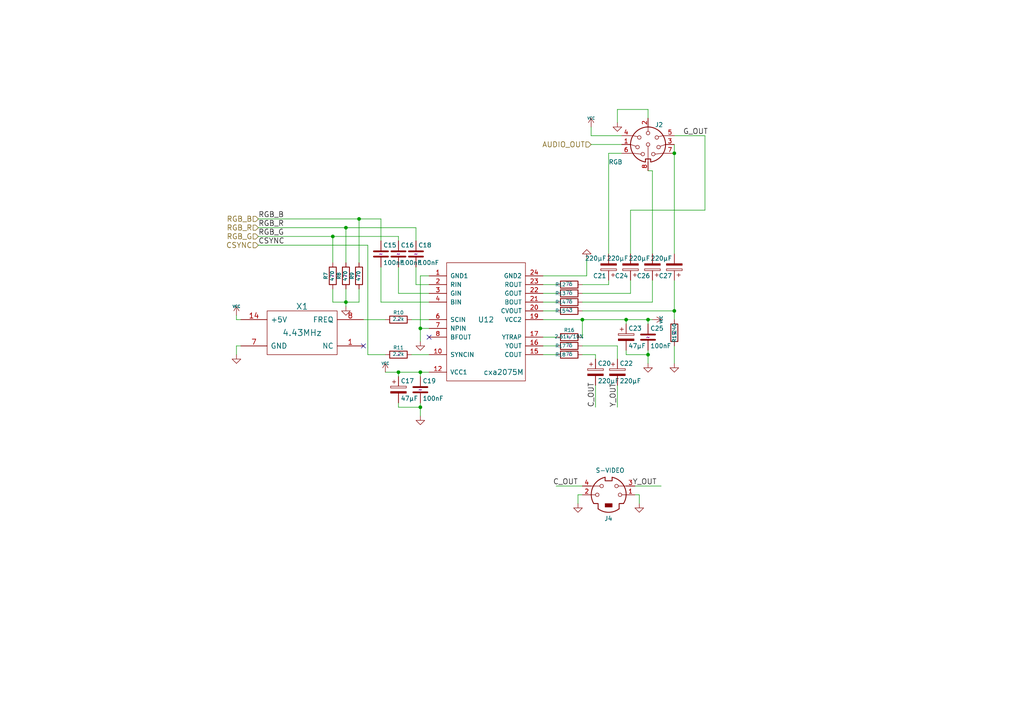
<source format=kicad_sch>
(kicad_sch (version 20230121) (generator eeschema)
  (paper "A4")
  (lib_symbols
    (symbol "power:GND" (power) (pin_names (offset 0))
      (property "Value" "GND" (at 0 -3.81 0))
      (symbol "GND_0_1"
        (polyline (pts (xy 0 0) (xy 0 -1.27) (xy 1.27 -1.27) (xy 0 -2.54) (xy -1.27 -1.27) (xy 0 -1.27)))
      )
      (symbol "GND_1_1"
        (pin power_in line (at 0 0 270) (length 0) hide (name "GND") (number "1"))
      )
    )
    (symbol "power:VCC" (power) (pin_names (offset 0))
      (property "Value" "VCC" (at 0 3.81 0))
      (symbol "VCC_0_1"
        (polyline (pts (xy -0.762 1.27) (xy 0 2.54)))
        (polyline (pts (xy 0 0) (xy 0 2.54)))
        (polyline (pts (xy 0 2.54) (xy 0.762 1.27)))
      )
      (symbol "VCC_1_1"
        (pin power_in line (at 0 0 90) (length 0) hide (name "VCC") (number "1"))
      )
    )
    (symbol "steckschwein:C" (pin_numbers hide) (pin_names (offset 0.254))
      (property "Reference" "C63" (at 0 2.54 0))
      (property "Value" "100n" (at 0.1524 -2.159 0))
      (property "Datasheet" "~" (at 0 0 0))
      (symbol "C_0_1"
        (polyline (pts (xy -2.032 -0.762) (xy 2.032 -0.762)) (stroke (width 0.508)))
        (polyline (pts (xy -2.032 0.762) (xy 2.032 0.762)) (stroke (width 0.508)))
      )
      (symbol "C_1_1"
        (pin passive line (at 0 3.81 270) (length 2.794) (name "~") (number "1"))
        (pin passive line (at 0 -3.81 90) (length 2.794) (name "~") (number "2"))
      )
    )
    (symbol "steckschwein:C_Polarized" (pin_numbers hide) (pin_names (offset 0.254))
      (property "Reference" "C3" (at 0 2.54 0))
      (property "Value" "470µF" (at 0.1524 -2.159 0))
      (symbol "C_Polarized_0_1"
        (rectangle (start -2.286 0.508) (end 2.286 1.016))
        (polyline (pts (xy -1.778 2.286) (xy -0.762 2.286)))
        (polyline (pts (xy -1.27 2.794) (xy -1.27 1.778)))
        (rectangle (start 2.286 -0.508) (end -2.286 -1.016) (fill (type outline)))
      )
      (symbol "C_Polarized_1_1"
        (pin passive line (at 0 3.81 270) (length 2.794) (name "~") (number "1"))
        (pin passive line (at 0 -3.81 90) (length 2.794) (name "~") (number "2"))
      )
    )
    (symbol "steckschwein:DIN-8" (pin_names (offset 1.016))
      (property "Reference" "J5" (at 3.175 5.715 0))
      (property "Value" "RGB" (at -11.43 -5.08 0))
      (symbol "DIN-8_0_1"
        (arc (start -5.08 0) (mid -3.8609 -3.3364) (end -0.762 -5.08) (stroke (width 0.254)))
        (circle (center -3.048 -0.762) (radius 0.508))
        (circle (center -2.54 2.032) (radius 0.508))
        (circle (center -1.524 -2.794) (radius 0.508))
        (polyline (pts (xy -5.08 0) (xy -3.556 -0.508)))
        (polyline (pts (xy 0 -0.508) (xy 0 -5.08)))
        (polyline (pts (xy 0 5.08) (xy 0 3.81)))
        (polyline (pts (xy 5.08 0) (xy 3.556 -0.508)))
        (polyline (pts (xy -5.08 -2.54) (xy -4.318 -2.54) (xy -2.032 -2.794)))
        (polyline (pts (xy -5.08 2.54) (xy -4.318 2.54) (xy -3.048 2.286)))
        (polyline (pts (xy 5.08 -2.54) (xy 4.318 -2.54) (xy 2.032 -2.794)))
        (polyline (pts (xy 5.08 2.54) (xy 4.318 2.54) (xy 3.048 2.286)))
        (polyline (pts (xy -0.762 -4.953) (xy -0.762 -4.191) (xy 0.762 -4.191) (xy 0.762 -4.953)) (stroke (width 0.254)))
        (circle (center 0 0) (radius 0.508))
        (circle (center 0 3.302) (radius 0.508))
        (arc (start 0.762 -5.08) (mid 3.8685 -3.343) (end 5.08 0) (stroke (width 0.254)))
        (circle (center 1.524 -2.794) (radius 0.508))
        (circle (center 2.54 2.032) (radius 0.508))
        (circle (center 3.048 -0.762) (radius 0.508))
        (arc (start 5.08 0) (mid 0 5.0579) (end -5.08 0) (stroke (width 0.254)))
      )
      (symbol "DIN-8_1_1"
        (pin passive line (at -7.62 0 0) (length 2.54) (name "~") (number "1"))
        (pin passive line (at 0 7.62 270) (length 2.54) (name "~") (number "2"))
        (pin passive line (at 7.62 0 180) (length 2.54) (name "~") (number "3"))
        (pin passive line (at -7.62 2.54 0) (length 2.54) (name "~") (number "4"))
        (pin passive line (at 7.62 2.54 180) (length 2.54) (name "~") (number "5"))
        (pin passive line (at -7.62 -2.54 0) (length 2.54) (name "~") (number "6"))
        (pin passive line (at 7.62 -2.54 180) (length 2.54) (name "~") (number "7"))
        (pin passive line (at 0 -7.62 90) (length 2.54) (name "~") (number "8"))
      )
    )
    (symbol "steckschwein:Mini-DIN-4" (pin_names (offset 1.016))
      (property "Reference" "J4" (at -1.27 -7.62 0))
      (property "Value" "S-VIDEO" (at -3.81 6.35 0))
      (symbol "Mini-DIN-4_0_1"
        (circle (center -3.302 0) (radius 0.508))
        (arc (start -3.048 -4.064) (mid 0 -5.08) (end 3.048 -4.064) (stroke (width 0.254)))
        (circle (center -2.032 2.54) (radius 0.508))
        (rectangle (start -1.016 -2.54) (end 1.016 -3.556) (fill (type outline)))
        (arc (start -1.016 5.08) (mid -4.6228 2.1214) (end -4.318 -2.54) (stroke (width 0.254)))
        (polyline (pts (xy -3.81 0) (xy -5.08 0)))
        (polyline (pts (xy -2.54 2.54) (xy -5.08 2.54)))
        (polyline (pts (xy 2.794 2.54) (xy 5.08 2.54)))
        (polyline (pts (xy 5.08 0) (xy 3.81 0)))
        (polyline (pts (xy -4.318 -2.54) (xy -3.048 -2.54) (xy -3.048 -4.064)) (stroke (width 0.254)))
        (polyline (pts (xy 4.318 -2.54) (xy 3.048 -2.54) (xy 3.048 -4.064)) (stroke (width 0.254)))
        (polyline (pts (xy -1.016 5.08) (xy -1.016 4.064) (xy 1.016 4.064) (xy 1.016 5.08)) (stroke (width 0.254)))
        (circle (center 2.286 2.54) (radius 0.508))
        (circle (center 3.302 0) (radius 0.508))
        (arc (start 4.318 -2.54) (mid 4.6661 2.1322) (end 1.016 5.08) (stroke (width 0.254)))
      )
      (symbol "Mini-DIN-4_1_1"
        (pin passive line (at 7.62 0 180) (length 2.54) (name "~") (number "1"))
        (pin passive line (at -7.62 0 0) (length 2.54) (name "~") (number "2"))
        (pin passive line (at 7.62 2.54 180) (length 2.54) (name "~") (number "3"))
        (pin passive line (at -7.62 2.54 0) (length 2.54) (name "~") (number "4"))
      )
    )
    (symbol "steckschwein:OSC" (pin_names (offset 1.016))
      (property "Reference" "X1" (at 0 7.62 0))
      (property "Value" "OSC" (at 0 0 0))
      (symbol "OSC_0_1"
        (rectangle (start -10.16 -6.35) (end 10.16 6.35))
      )
      (symbol "OSC_1_1"
        (pin passive line (at 17.78 -3.81 180) (length 7.62) (name "NC") (number "1"))
        (pin passive line (at -17.78 3.81 0) (length 7.62) (name "+5V") (number "14"))
        (pin passive line (at -17.78 -3.81 0) (length 7.62) (name "GND") (number "7"))
        (pin output line (at 17.78 3.81 180) (length 7.62) (name "FREQ") (number "8"))
      )
    )
    (symbol "steckschwein:R" (pin_numbers hide) (pin_names (offset 0))
      (property "Reference" "R1" (at 2.032 0 90))
      (property "Value" "1M" (at 0.1778 0.0254 90))
      (property "Datasheet" "~" (at 0 0 0))
      (symbol "R_0_1"
        (rectangle (start -1.016 -2.54) (end 1.016 2.54) (stroke (width 0.254)))
      )
      (symbol "R_1_1"
        (pin passive line (at 0 3.81 270) (length 1.27) (name "~") (number "1"))
        (pin passive line (at 0 -3.81 90) (length 1.27) (name "~") (number "2"))
      )
    )
    (symbol "steckschwein:cxa2075M" (pin_names (offset 1.016))
      (property "Reference" "U27" (at 0 0 0))
      (property "Value" "cxa2075M" (at 5.08 -15.24 0))
      (symbol "cxa2075M_0_1"
        (rectangle (start -11.43 16.51) (end 11.43 -17.78))
      )
      (symbol "cxa2075M_1_1"
        (pin power_in line (at -16.51 12.7 0) (length 5.08) (name "GND1") (number "1"))
        (pin input line (at -16.51 -10.16 0) (length 5.08) (name "SYNCIN") (number "10"))
        (pin power_in line (at -16.51 -15.24 0) (length 5.08) (name "VCC1") (number "12"))
        (pin output line (at 16.51 -10.16 180) (length 5.08) (name "COUT") (number "15"))
        (pin output line (at 16.51 -7.62 180) (length 5.08) (name "YOUT") (number "16"))
        (pin input line (at 16.51 -5.08 180) (length 5.08) (name "YTRAP") (number "17"))
        (pin power_in line (at 16.51 0 180) (length 5.08) (name "VCC2") (number "19"))
        (pin input line (at -16.51 10.16 0) (length 5.08) (name "RIN") (number "2"))
        (pin output line (at 16.51 2.54 180) (length 5.08) (name "CVOUT") (number "20"))
        (pin output line (at 16.51 5.08 180) (length 5.08) (name "BOUT") (number "21"))
        (pin output line (at 16.51 7.62 180) (length 5.08) (name "GOUT") (number "22"))
        (pin output line (at 16.51 10.16 180) (length 5.08) (name "ROUT") (number "23"))
        (pin power_in line (at 16.51 12.7 180) (length 5.08) (name "GND2") (number "24"))
        (pin input line (at -16.51 7.62 0) (length 5.08) (name "GIN") (number "3"))
        (pin input line (at -16.51 5.08 0) (length 5.08) (name "BIN") (number "4"))
        (pin input line (at -16.51 0 0) (length 5.08) (name "SCIN") (number "6"))
        (pin input line (at -16.51 -2.54 0) (length 5.08) (name "NPIN") (number "7"))
        (pin output line (at -16.51 -5.08 0) (length 5.08) (name "BFOUT") (number "8"))
      )
    )
  )
  (junction (at 181.61 92.71))
  (junction (at 104.14 63.5))
  (junction (at 96.52 68.58))
  (junction (at 187.96 102.87))
  (junction (at 115.57 107.95))
  (junction (at 121.92 107.95))
  (junction (at 100.33 66.04))
  (junction (at 195.58 44.45))
  (junction (at 121.92 95.25))
  (junction (at 195.58 90.17))
  (junction (at 187.96 92.71))
  (junction (at 100.33 87.63))
  (junction (at 168.91 92.71))
  (junction (at 121.92 118.11))
  (no_connect (at 124.46 97.79))
  (no_connect (at 105.41 100.33))
  (wire (pts (xy 181.61 101.6) (xy 181.61 102.87)))
  (wire (pts (xy 167.64 143.51) (xy 168.91 143.51)))
  (wire (pts (xy 106.68 71.12) (xy 106.68 102.87)))
  (wire (pts (xy 185.42 143.51) (xy 185.42 146.05)))
  (wire (pts (xy 195.58 44.45) (xy 195.58 73.66)))
  (wire (pts (xy 100.33 66.04) (xy 120.65 66.04)))
  (wire (pts (xy 100.33 66.04) (xy 100.33 76.2)))
  (wire (pts (xy 187.96 34.29) (xy 187.96 31.75)))
  (wire (pts (xy 106.68 102.87) (xy 111.76 102.87)))
  (wire (pts (xy 182.88 60.96) (xy 182.88 73.66)))
  (wire (pts (xy 100.33 87.63) (xy 100.33 88.9)))
  (wire (pts (xy 115.57 107.95) (xy 121.92 107.95)))
  (wire (pts (xy 69.85 100.33) (xy 68.58 100.33)))
  (wire (pts (xy 96.52 68.58) (xy 96.52 76.2)))
  (wire (pts (xy 121.92 80.01) (xy 124.46 80.01)))
  (wire (pts (xy 187.96 31.75) (xy 179.07 31.75)))
  (wire (pts (xy 74.93 71.12) (xy 106.68 71.12)))
  (wire (pts (xy 187.96 92.71) (xy 187.96 93.98)))
  (wire (pts (xy 168.91 90.17) (xy 195.58 90.17)))
  (wire (pts (xy 168.91 100.33) (xy 179.07 100.33)))
  (wire (pts (xy 170.18 80.01) (xy 170.18 74.93)))
  (wire (pts (xy 119.38 92.71) (xy 124.46 92.71)))
  (wire (pts (xy 115.57 118.11) (xy 121.92 118.11)))
  (wire (pts (xy 110.49 63.5) (xy 110.49 69.85)))
  (wire (pts (xy 187.96 92.71) (xy 189.23 92.71)))
  (wire (pts (xy 189.23 87.63) (xy 189.23 81.28)))
  (wire (pts (xy 96.52 87.63) (xy 100.33 87.63)))
  (wire (pts (xy 121.92 80.01) (xy 121.92 95.25)))
  (wire (pts (xy 179.07 111.76) (xy 179.07 118.11)))
  (wire (pts (xy 168.91 85.09) (xy 182.88 85.09)))
  (wire (pts (xy 115.57 109.22) (xy 115.57 107.95)))
  (wire (pts (xy 180.34 39.37) (xy 171.45 39.37)))
  (wire (pts (xy 119.38 102.87) (xy 124.46 102.87)))
  (wire (pts (xy 157.48 87.63) (xy 161.29 87.63)))
  (wire (pts (xy 74.93 63.5) (xy 104.14 63.5)))
  (wire (pts (xy 195.58 90.17) (xy 195.58 92.71)))
  (wire (pts (xy 168.91 97.79) (xy 168.91 92.71)))
  (wire (pts (xy 121.92 118.11) (xy 121.92 120.65)))
  (wire (pts (xy 187.96 101.6) (xy 187.96 102.87)))
  (wire (pts (xy 157.48 85.09) (xy 161.29 85.09)))
  (wire (pts (xy 195.58 44.45) (xy 195.58 41.91)))
  (wire (pts (xy 181.61 92.71) (xy 181.61 93.98)))
  (wire (pts (xy 121.92 107.95) (xy 124.46 107.95)))
  (wire (pts (xy 181.61 92.71) (xy 187.96 92.71)))
  (wire (pts (xy 176.53 44.45) (xy 176.53 73.66)))
  (wire (pts (xy 111.76 107.95) (xy 115.57 107.95)))
  (wire (pts (xy 124.46 82.55) (xy 120.65 82.55)))
  (wire (pts (xy 168.91 87.63) (xy 189.23 87.63)))
  (wire (pts (xy 121.92 109.22) (xy 121.92 107.95)))
  (wire (pts (xy 157.48 102.87) (xy 161.29 102.87)))
  (wire (pts (xy 157.48 90.17) (xy 161.29 90.17)))
  (wire (pts (xy 172.72 102.87) (xy 172.72 104.14)))
  (wire (pts (xy 180.34 41.91) (xy 171.45 41.91)))
  (wire (pts (xy 115.57 68.58) (xy 115.57 69.85)))
  (wire (pts (xy 184.15 140.97) (xy 191.77 140.97)))
  (wire (pts (xy 176.53 44.45) (xy 180.34 44.45)))
  (wire (pts (xy 74.93 68.58) (xy 96.52 68.58)))
  (wire (pts (xy 176.53 82.55) (xy 176.53 81.28)))
  (wire (pts (xy 181.61 102.87) (xy 187.96 102.87)))
  (wire (pts (xy 195.58 39.37) (xy 204.47 39.37)))
  (wire (pts (xy 204.47 60.96) (xy 204.47 39.37)))
  (wire (pts (xy 187.96 102.87) (xy 187.96 105.41)))
  (wire (pts (xy 96.52 83.82) (xy 96.52 87.63)))
  (wire (pts (xy 104.14 63.5) (xy 104.14 76.2)))
  (wire (pts (xy 182.88 60.96) (xy 204.47 60.96)))
  (wire (pts (xy 171.45 39.37) (xy 171.45 36.83)))
  (wire (pts (xy 157.48 92.71) (xy 168.91 92.71)))
  (wire (pts (xy 157.48 80.01) (xy 170.18 80.01)))
  (wire (pts (xy 96.52 68.58) (xy 115.57 68.58)))
  (wire (pts (xy 100.33 83.82) (xy 100.33 87.63)))
  (wire (pts (xy 68.58 92.71) (xy 69.85 92.71)))
  (wire (pts (xy 124.46 95.25) (xy 121.92 95.25)))
  (wire (pts (xy 124.46 85.09) (xy 115.57 85.09)))
  (wire (pts (xy 179.07 100.33) (xy 179.07 104.14)))
  (wire (pts (xy 121.92 116.84) (xy 121.92 118.11)))
  (wire (pts (xy 168.91 140.97) (xy 161.29 140.97)))
  (wire (pts (xy 189.23 49.53) (xy 189.23 73.66)))
  (wire (pts (xy 157.48 97.79) (xy 161.29 97.79)))
  (wire (pts (xy 168.91 92.71) (xy 181.61 92.71)))
  (wire (pts (xy 104.14 87.63) (xy 104.14 83.82)))
  (wire (pts (xy 68.58 100.33) (xy 68.58 102.87)))
  (wire (pts (xy 124.46 87.63) (xy 110.49 87.63)))
  (wire (pts (xy 105.41 92.71) (xy 111.76 92.71)))
  (wire (pts (xy 195.58 90.17) (xy 195.58 81.28)))
  (wire (pts (xy 68.58 91.44) (xy 68.58 92.71)))
  (wire (pts (xy 168.91 102.87) (xy 172.72 102.87)))
  (wire (pts (xy 167.64 146.05) (xy 167.64 143.51)))
  (wire (pts (xy 110.49 87.63) (xy 110.49 77.47)))
  (wire (pts (xy 184.15 143.51) (xy 185.42 143.51)))
  (wire (pts (xy 157.48 100.33) (xy 161.29 100.33)))
  (wire (pts (xy 182.88 85.09) (xy 182.88 81.28)))
  (wire (pts (xy 172.72 111.76) (xy 172.72 118.11)))
  (wire (pts (xy 195.58 100.33) (xy 195.58 105.41)))
  (wire (pts (xy 120.65 66.04) (xy 120.65 69.85)))
  (wire (pts (xy 115.57 116.84) (xy 115.57 118.11)))
  (wire (pts (xy 121.92 95.25) (xy 121.92 99.06)))
  (wire (pts (xy 157.48 82.55) (xy 161.29 82.55)))
  (wire (pts (xy 104.14 63.5) (xy 110.49 63.5)))
  (wire (pts (xy 120.65 82.55) (xy 120.65 77.47)))
  (wire (pts (xy 100.33 87.63) (xy 104.14 87.63)))
  (wire (pts (xy 168.91 82.55) (xy 176.53 82.55)))
  (wire (pts (xy 115.57 85.09) (xy 115.57 77.47)))
  (wire (pts (xy 187.96 49.53) (xy 189.23 49.53)))
  (wire (pts (xy 179.07 31.75) (xy 179.07 35.56)))
  (wire (pts (xy 74.93 66.04) (xy 100.33 66.04)))
  (label "RGB_G" (at 74.93 68.58 0) (effects (font (size 1.524 1.524))))
  (label "CSYNC" (at 74.93 71.12 0) (effects (font (size 1.524 1.524))))
  (label "C_OUT" (at 167.64 140.97 180) (effects (font (size 1.524 1.524))))
  (label "C_OUT" (at 172.72 118.11 90) (effects (font (size 1.524 1.524))))
  (label "RGB_R" (at 74.93 66.04 0) (effects (font (size 1.524 1.524))))
  (label "RGB_B" (at 74.93 63.5 0) (effects (font (size 1.524 1.524))))
  (label "Y_OUT" (at 190.5 140.97 180) (effects (font (size 1.524 1.524))))
  (label "G_OUT" (at 198.12 39.37 0) (effects (font (size 1.524 1.524))))
  (label "Y_OUT" (at 179.07 118.11 90) (effects (font (size 1.524 1.524))))
  (hierarchical_label "AUDIO_OUT" (shape input) (at 171.45 41.91 180) (effects (font (size 1.524 1.524))))
  (hierarchical_label "RGB_B" (shape input) (at 74.93 63.5 180) (effects (font (size 1.524 1.524))))
  (hierarchical_label "RGB_G" (shape input) (at 74.93 68.58 180) (effects (font (size 1.524 1.524))))
  (hierarchical_label "CSYNC" (shape input) (at 74.93 71.12 180) (effects (font (size 1.524 1.524))))
  (hierarchical_label "RGB_R" (shape input) (at 74.93 66.04 180) (effects (font (size 1.524 1.524))))
  (symbol (lib_id "steckschwein:OSC") (at 87.63 96.52 0) (unit 1)
    (property "Reference" "X1" (at 87.63 88.9 0) (effects (font (size 1.778 1.778))))
    (property "Value" "4.43MHz" (at 87.63 96.52 0) (effects (font (size 1.778 1.778))))
    (property "Footprint" "steckschwein:Oscillator_DIP-14_LargePads" (effects hide))
    (instances (project "v9958" (path "" (reference "X1") (unit 1))) (project "sbc" (path "" (reference "X3") (unit 1))))
  )
  (symbol (lib_id "power:GND") (at 185.42 146.05 0) (unit 1)
    (property "Reference" "#PWR052" (effects hide))
    (property "Value" "GND" (effects hide))
    (instances (project "v9958" (path "" (reference "#PWR052") (unit 1))) (project "sbc" (path "" (reference "#PWR061") (unit 1))))
  )
  (symbol (lib_id "steckschwein:R") (at 165.1 82.55 90) (unit 1)
    (property "Reference" "R12" (at 162.56 82.55 90) (effects (font (size 1.016 1.016))))
    (property "Value" "75" (at 165.0746 82.3722 90) (effects (font (size 1.016 1.016))))
    (property "Footprint" "steckschwein:R_Axial_DIN0204_L3.6mm_D1.6mm_P7.62mm_Horizontal" (effects hide))
    (property "Datasheet" "~" (at 165.1 82.55 0) (effects (font (size 0.762 0.762))))
    (instances (project "v9958" (path "" (reference "R12") (unit 1))) (project "sbc" (path "" (reference "R33") (unit 1))))
  )
  (symbol (lib_id "steckschwein:R") (at 165.1 90.17 90) (unit 1)
    (property "Reference" "R15" (at 162.56 90.17 90) (effects (font (size 1.016 1.016))))
    (property "Value" "43" (at 165.0746 89.9922 90) (effects (font (size 1.016 1.016))))
    (property "Footprint" "steckschwein:R_Axial_DIN0204_L3.6mm_D1.6mm_P7.62mm_Horizontal" (effects hide))
    (property "Datasheet" "~" (at 165.1 90.17 0) (effects (font (size 0.762 0.762))))
    (instances (project "v9958" (path "" (reference "R15") (unit 1))) (project "sbc" (path "" (reference "R36") (unit 1))))
  )
  (symbol (lib_id "power:GND") (at 195.58 105.41 0) (unit 1)
    (property "Reference" "#PWR045" (effects hide))
    (property "Value" "GND" (effects hide))
    (instances (project "v9958" (path "" (reference "#PWR045") (unit 1))) (project "sbc" (path "" (reference "#PWR062") (unit 1))))
  )
  (symbol (lib_id "steckschwein:R") (at 115.57 92.71 90) (unit 1)
    (property "Reference" "R10" (at 115.57 90.678 90) (effects (font (size 1.016 1.016))))
    (property "Value" "2.2k" (at 115.5446 92.5322 90) (effects (font (size 1.016 1.016))))
    (property "Footprint" "steckschwein:R_Axial_DIN0204_L3.6mm_D1.6mm_P7.62mm_Horizontal" (effects hide))
    (property "Datasheet" "~" (at 115.57 92.71 0) (effects (font (size 0.762 0.762))))
    (instances (project "v9958" (path "" (reference "R10") (unit 1))) (project "sbc" (path "" (reference "R31") (unit 1))))
  )
  (symbol (lib_id "steckschwein:C") (at 115.57 73.66 0) (unit 1)
    (property "Reference" "C16" (at 116.205 71.12 0) (effects (justify left)))
    (property "Value" "100nF" (at 116.205 76.2 0) (effects (justify left)))
    (property "Footprint" "steckschwein:C_1206_3216Metric_Pad1.33x1.80mm_HandSolder" (effects hide))
    (property "Datasheet" "~" (at 115.57 73.66 0) (effects (font (size 1.524 1.524))))
    (instances (project "v9958" (path "" (reference "C16") (unit 1))) (project "sbc" (path "" (reference "C45") (unit 1))))
  )
  (symbol (lib_id "steckschwein:R") (at 165.1 87.63 90) (unit 1)
    (property "Reference" "R14" (at 162.56 87.63 90) (effects (font (size 1.016 1.016))))
    (property "Value" "75" (at 165.0746 87.4522 90) (effects (font (size 1.016 1.016))))
    (property "Footprint" "steckschwein:R_Axial_DIN0204_L3.6mm_D1.6mm_P7.62mm_Horizontal" (effects hide))
    (property "Datasheet" "~" (at 165.1 87.63 0) (effects (font (size 0.762 0.762))))
    (instances (project "v9958" (path "" (reference "R14") (unit 1))) (project "sbc" (path "" (reference "R35") (unit 1))))
  )
  (symbol (lib_id "power:GND") (at 167.64 146.05 0) (unit 1)
    (property "Reference" "#PWR051" (effects hide))
    (property "Value" "GND" (effects hide))
    (instances (project "v9958" (path "" (reference "#PWR051") (unit 1))) (project "sbc" (path "" (reference "#PWR054") (unit 1))))
  )
  (symbol (lib_id "power:VCC") (at 171.45 36.83 0) (unit 1)
    (property "Reference" "#PWR054" (effects hide))
    (property "Value" "VCC" (at 171.45 34.29 0) (effects (font (size 0.762 0.762))))
    (instances (project "v9958" (path "" (reference "#PWR054") (unit 1))) (project "sbc" (path "" (reference "#PWR056") (unit 1))))
  )
  (symbol (lib_id "steckschwein:C_Polarized") (at 179.07 107.95 0) (unit 1)
    (property "Reference" "C22" (at 179.705 105.41 0) (effects (justify left)))
    (property "Value" "220µF" (at 179.705 110.49 0) (effects (justify left)))
    (property "Footprint" "steckschwein:CP_Radial_D6.3mm_P2.50mm" (effects hide))
    (instances (project "v9958" (path "" (reference "C22") (unit 1))) (project "sbc" (path "" (reference "C51") (unit 1))))
  )
  (symbol (lib_id "steckschwein:cxa2075M") (at 140.97 92.71 0) (unit 1)
    (property "Reference" "U12" (at 140.97 92.71 0) (effects (font (size 1.524 1.524))))
    (property "Value" "cxa2075M" (at 146.05 107.95 0) (effects (font (size 1.524 1.524))))
    (property "Footprint" "steckschwein:SOIC-24W_7.5x15.4mm_P1.27mm" (effects hide))
    (instances (project "v9958" (path "" (reference "U12") (unit 1))) (project "sbc" (path "" (reference "U27") (unit 1))))
  )
  (symbol (lib_id "power:GND") (at 187.96 105.41 0) (unit 1)
    (property "Reference" "#PWR047" (effects hide))
    (property "Value" "GND" (effects hide))
    (instances (project "v9958" (path "" (reference "#PWR047") (unit 1))) (project "sbc" (path "" (reference "#PWR059") (unit 1))))
  )
  (symbol (lib_id "steckschwein:R") (at 104.14 80.01 180) (unit 1)
    (property "Reference" "R9" (at 102.108 80.01 90) (effects (font (size 1.016 1.016))))
    (property "Value" "470" (at 103.9622 80.0354 90) (effects (font (size 1.016 1.016))))
    (property "Footprint" "steckschwein:R_Axial_DIN0204_L3.6mm_D1.6mm_P7.62mm_Horizontal" (effects hide))
    (property "Datasheet" "~" (at 104.14 80.01 0) (effects (font (size 0.762 0.762))))
    (instances (project "v9958" (path "" (reference "R9") (unit 1))) (project "sbc" (path "" (reference "R30") (unit 1))))
  )
  (symbol (lib_id "steckschwein:R") (at 195.58 96.52 0) (unit 1)
    (property "Reference" "R19" (at 195.58 97.79 90) (effects (font (size 1.016 1.016))))
    (property "Value" "240" (at 195.58 95.25 90) (effects (font (size 1.016 1.016))))
    (property "Footprint" "steckschwein:R_Axial_DIN0204_L3.6mm_D1.6mm_P7.62mm_Horizontal" (effects hide))
    (property "Datasheet" "~" (at 195.58 96.52 0) (effects (font (size 0.762 0.762))))
    (instances (project "v9958" (path "" (reference "R19") (unit 1))) (project "sbc" (path "" (reference "R40") (unit 1))))
  )
  (symbol (lib_id "steckschwein:R") (at 165.1 85.09 90) (unit 1)
    (property "Reference" "R13" (at 162.56 85.09 90) (effects (font (size 1.016 1.016))))
    (property "Value" "75" (at 165.0746 84.9122 90) (effects (font (size 1.016 1.016))))
    (property "Footprint" "steckschwein:R_Axial_DIN0204_L3.6mm_D1.6mm_P7.62mm_Horizontal" (effects hide))
    (property "Datasheet" "~" (at 165.1 85.09 0) (effects (font (size 0.762 0.762))))
    (instances (project "v9958" (path "" (reference "R13") (unit 1))) (project "sbc" (path "" (reference "R34") (unit 1))))
  )
  (symbol (lib_id "power:GND") (at 179.07 35.56 0) (unit 1)
    (property "Reference" "#PWR050" (effects hide))
    (property "Value" "GND" (effects hide))
    (instances (project "v9958" (path "" (reference "#PWR050") (unit 1))) (project "sbc" (path "" (reference "#PWR058") (unit 1))))
  )
  (symbol (lib_id "steckschwein:C_Polarized") (at 172.72 107.95 0) (unit 1)
    (property "Reference" "C20" (at 173.355 105.41 0) (effects (justify left)))
    (property "Value" "220µF" (at 173.355 110.49 0) (effects (justify left)))
    (property "Footprint" "steckschwein:CP_Radial_D6.3mm_P2.50mm" (effects hide))
    (instances (project "v9958" (path "" (reference "C20") (unit 1))) (project "sbc" (path "" (reference "C49") (unit 1))))
  )
  (symbol (lib_id "power:GND") (at 68.58 102.87 0) (unit 1)
    (property "Reference" "#PWR049" (effects hide))
    (property "Value" "GND" (effects hide))
  )
  (symbol (lib_id "steckschwein:C_Polarized") (at 176.53 77.47 180) (unit 1)
    (property "Reference" "C21" (at 175.895 80.01 0) (effects (justify left)))
    (property "Value" "220µF" (at 175.895 74.93 0) (effects (justify left)))
    (property "Footprint" "steckschwein:CP_Radial_D6.3mm_P2.50mm" (effects hide))
    (instances (project "v9958" (path "" (reference "C21") (unit 1))) (project "sbc" (path "" (reference "C50") (unit 1))))
  )
  (symbol (lib_id "steckschwein:R") (at 115.57 102.87 90) (unit 1)
    (property "Reference" "R11" (at 115.57 100.838 90) (effects (font (size 1.016 1.016))))
    (property "Value" "2.2k" (at 115.5446 102.6922 90) (effects (font (size 1.016 1.016))))
    (property "Footprint" "steckschwein:R_Axial_DIN0204_L3.6mm_D1.6mm_P7.62mm_Horizontal" (effects hide))
    (property "Datasheet" "~" (at 115.57 102.87 0) (effects (font (size 0.762 0.762))))
    (instances (project "v9958" (path "" (reference "R11") (unit 1))) (project "sbc" (path "" (reference "R32") (unit 1))))
  )
  (symbol (lib_id "steckschwein:R") (at 96.52 80.01 180) (unit 1)
    (property "Reference" "R7" (at 94.488 80.01 90) (effects (font (size 1.016 1.016))))
    (property "Value" "470" (at 96.3422 80.0354 90) (effects (font (size 1.016 1.016))))
    (property "Footprint" "steckschwein:R_Axial_DIN0204_L3.6mm_D1.6mm_P7.62mm_Horizontal" (effects hide))
    (property "Datasheet" "~" (at 96.52 80.01 0) (effects (font (size 0.762 0.762))))
    (instances (project "v9958" (path "" (reference "R7") (unit 1))) (project "sbc" (path "" (reference "R28") (unit 1))))
  )
  (symbol (lib_id "steckschwein:C") (at 121.92 113.03 0) (unit 1)
    (property "Reference" "C19" (at 122.555 110.49 0) (effects (justify left)))
    (property "Value" "100nF" (at 122.555 115.57 0) (effects (justify left)))
    (property "Footprint" "steckschwein:C_1206_3216Metric_Pad1.33x1.80mm_HandSolder" (effects hide))
    (property "Datasheet" "~" (at 121.92 113.03 0) (effects (font (size 1.524 1.524))))
    (instances (project "v9958" (path "" (reference "C19") (unit 1))) (project "sbc" (path "" (reference "C48") (unit 1))))
  )
  (symbol (lib_id "steckschwein:C_Polarized") (at 195.58 77.47 180) (unit 1)
    (property "Reference" "C27" (at 194.945 80.01 0) (effects (justify left)))
    (property "Value" "220µF" (at 194.945 74.93 0) (effects (justify left)))
    (property "Footprint" "steckschwein:CP_Radial_D6.3mm_P2.50mm" (effects hide))
    (instances (project "v9958" (path "" (reference "C27") (unit 1))) (project "sbc" (path "" (reference "C56") (unit 1))))
  )
  (symbol (lib_id "steckschwein:R") (at 165.1 97.79 90) (unit 1)
    (property "Reference" "R16" (at 165.1 95.758 90) (effects (font (size 1.016 1.016))))
    (property "Value" "2.61k/10%" (at 165.0746 97.6122 90) (effects (font (size 1.016 1.016))))
    (property "Footprint" "steckschwein:R_Axial_DIN0204_L3.6mm_D1.6mm_P7.62mm_Horizontal" (effects hide))
    (property "Datasheet" "~" (at 165.1 97.79 0) (effects (font (size 0.762 0.762))))
    (instances (project "v9958" (path "" (reference "R16") (unit 1))) (project "sbc" (path "" (reference "R37") (unit 1))))
  )
  (symbol (lib_id "steckschwein:C_Polarized") (at 115.57 113.03 0) (unit 1)
    (property "Reference" "C17" (at 116.205 110.49 0) (effects (justify left)))
    (property "Value" "47µF" (at 116.205 115.57 0) (effects (justify left)))
    (property "Footprint" "steckschwein:CP_Radial_D5.0mm_P2.50mm" (effects hide))
    (instances (project "v9958" (path "" (reference "C17") (unit 1))) (project "sbc" (path "" (reference "C46") (unit 1))))
  )
  (symbol (lib_id "steckschwein:C_Polarized") (at 181.61 97.79 0) (unit 1)
    (property "Reference" "C23" (at 182.245 95.25 0) (effects (justify left)))
    (property "Value" "47µF" (at 182.245 100.33 0) (effects (justify left)))
    (property "Footprint" "steckschwein:CP_Radial_D5.0mm_P2.50mm" (effects hide))
    (instances (project "v9958" (path "" (reference "C23") (unit 1))) (project "sbc" (path "" (reference "C52") (unit 1))))
  )
  (symbol (lib_id "power:GND") (at 121.92 120.65 0) (unit 1)
    (property "Reference" "#PWR046" (effects hide))
    (property "Value" "GND" (effects hide))
    (instances (project "v9958" (path "" (reference "#PWR046") (unit 1))) (project "sbc" (path "" (reference "#PWR053") (unit 1))))
  )
  (symbol (lib_id "steckschwein:R") (at 165.1 100.33 90) (unit 1)
    (property "Reference" "R17" (at 162.56 100.33 90) (effects (font (size 1.016 1.016))))
    (property "Value" "75" (at 165.0746 100.1522 90) (effects (font (size 1.016 1.016))))
    (property "Footprint" "steckschwein:R_Axial_DIN0204_L3.6mm_D1.6mm_P7.62mm_Horizontal" (effects hide))
    (property "Datasheet" "~" (at 165.1 100.33 0) (effects (font (size 0.762 0.762))))
    (instances (project "v9958" (path "" (reference "R17") (unit 1))) (project "sbc" (path "" (reference "R38") (unit 1))))
  )
  (symbol (lib_id "power:VCC") (at 189.23 92.71 270) (unit 1)
    (property "Reference" "#PWR044" (effects hide))
    (property "Value" "VCC" (at 191.77 92.71 0) (effects (font (size 0.762 0.762))))
    (instances (project "v9958" (path "" (reference "#PWR044") (unit 1))) (project "sbc" (path "" (reference "#PWR060") (unit 1))))
  )
  (symbol (lib_id "power:GND") (at 121.92 99.06 0) (unit 1)
    (property "Reference" "#PWR041" (effects hide))
    (property "Value" "GND" (effects hide))
    (instances (project "v9958" (path "" (reference "#PWR041") (unit 1))) (project "sbc" (path "" (reference "#PWR052") (unit 1))))
  )
  (symbol (lib_id "steckschwein:C_Polarized") (at 182.88 77.47 180) (unit 1)
    (property "Reference" "C24" (at 182.245 80.01 0) (effects (justify left)))
    (property "Value" "220µF" (at 182.245 74.93 0) (effects (justify left)))
    (property "Footprint" "steckschwein:CP_Radial_D6.3mm_P2.50mm" (effects hide))
    (instances (project "v9958" (path "" (reference "C24") (unit 1))) (project "sbc" (path "" (reference "C53") (unit 1))))
  )
  (symbol (lib_id "steckschwein:R") (at 165.1 102.87 90) (unit 1)
    (property "Reference" "R18" (at 162.56 102.87 90) (effects (font (size 1.016 1.016))))
    (property "Value" "75" (at 165.0746 102.6922 90) (effects (font (size 1.016 1.016))))
    (property "Footprint" "steckschwein:R_Axial_DIN0204_L3.6mm_D1.6mm_P7.62mm_Horizontal" (effects hide))
    (property "Datasheet" "~" (at 165.1 102.87 0) (effects (font (size 0.762 0.762))))
    (instances (project "v9958" (path "" (reference "R18") (unit 1))) (project "sbc" (path "" (reference "R39") (unit 1))))
  )
  (symbol (lib_id "steckschwein:C") (at 120.65 73.66 0) (unit 1)
    (property "Reference" "C18" (at 121.285 71.12 0) (effects (justify left)))
    (property "Value" "100nF" (at 121.285 76.2 0) (effects (justify left)))
    (property "Footprint" "steckschwein:C_1206_3216Metric_Pad1.33x1.80mm_HandSolder" (effects hide))
    (property "Datasheet" "~" (at 120.65 73.66 0) (effects (font (size 1.524 1.524))))
    (instances (project "v9958" (path "" (reference "C18") (unit 1))) (project "sbc" (path "" (reference "C47") (unit 1))))
  )
  (symbol (lib_id "steckschwein:Mini-DIN-4") (at 176.53 143.51 0) (unit 1)
    (property "Reference" "J4" (at 175.26 151.13 0) (effects (justify left bottom)))
    (property "Value" "S-VIDEO" (at 172.72 137.16 0) (effects (justify left bottom)))
    (property "Footprint" "steckschwein:Mini_DIN_4_TE_Connectivity" (effects hide))
    (property "Datasheet" "http://service.powerdynamics.com/ec/Catalog17/Section%2011.pdf" (effects hide))
    (instances (project "v9958" (path "" (reference "J4") (unit 1)) (path "" (reference "X?") (unit 1))) (project "sbc" (path "" (reference "J4") (unit 1))))
  )
  (symbol (lib_id "steckschwein:DIN-8") (at 187.96 41.91 0) (unit 1)
    (property "Reference" "J2" (at 191.135 36.195 0))
    (property "Value" "RGB" (at 176.53 46.99 0) (effects (justify left)))
    (property "Footprint" "steckschwein:DIN-8" (effects hide))
    (property "Datasheet" "http://www.mouser.com/ds/2/18/40_c091_abd_e-75918.pdf" (effects hide))
    (instances (project "v9958" (path "" (reference "J2") (unit 1))) (project "sbc" (path "" (reference "J5") (unit 1))))
  )
  (symbol (lib_id "steckschwein:R") (at 100.33 80.01 180) (unit 1)
    (property "Reference" "R8" (at 98.298 80.01 90) (effects (font (size 1.016 1.016))))
    (property "Value" "470" (at 100.1522 80.0354 90) (effects (font (size 1.016 1.016))))
    (property "Footprint" "steckschwein:R_Axial_DIN0204_L3.6mm_D1.6mm_P7.62mm_Horizontal" (effects hide))
    (property "Datasheet" "~" (at 100.33 80.01 0) (effects (font (size 0.762 0.762))))
    (instances (project "v9958" (path "" (reference "R8") (unit 1))) (project "sbc" (path "" (reference "R29") (unit 1))))
  )
  (symbol (lib_id "steckschwein:C_Polarized") (at 189.23 77.47 180) (unit 1)
    (property "Reference" "C26" (at 188.595 80.01 0) (effects (justify left)))
    (property "Value" "220µF" (at 188.595 74.93 0) (effects (justify left)))
    (property "Footprint" "steckschwein:CP_Radial_D6.3mm_P2.50mm" (effects hide))
    (instances (project "v9958" (path "" (reference "C26") (unit 1))) (project "sbc" (path "" (reference "C55") (unit 1))))
  )
  (symbol (lib_id "power:VCC") (at 68.58 91.44 0) (unit 1)
    (property "Reference" "#PWR048" (effects hide))
    (property "Value" "VCC" (at 68.58 88.9 0) (effects (font (size 0.762 0.762))))
  )
  (symbol (lib_id "power:GND") (at 170.18 74.93 180) (unit 1)
    (property "Reference" "#PWR042" (effects hide))
    (property "Value" "GND" (effects hide))
    (instances (project "v9958" (path "" (reference "#PWR042") (unit 1))) (project "sbc" (path "" (reference "#PWR055") (unit 1))))
  )
  (symbol (lib_id "steckschwein:C") (at 187.96 97.79 0) (unit 1)
    (property "Reference" "C25" (at 188.595 95.25 0) (effects (justify left)))
    (property "Value" "100nF" (at 188.595 100.33 0) (effects (justify left)))
    (property "Footprint" "steckschwein:C_1206_3216Metric_Pad1.33x1.80mm_HandSolder" (effects hide))
    (property "Datasheet" "~" (at 187.96 97.79 0) (effects (font (size 1.524 1.524))))
    (instances (project "v9958" (path "" (reference "C25") (unit 1))) (project "sbc" (path "" (reference "C54") (unit 1))))
  )
  (symbol (lib_id "power:GND") (at 100.33 88.9 0) (unit 1)
    (property "Reference" "#PWR040" (effects hide))
    (property "Value" "GND" (effects hide))
    (instances (project "v9958" (path "" (reference "#PWR040") (unit 1))) (project "sbc" (path "" (reference "#PWR050") (unit 1))))
  )
  (symbol (lib_id "steckschwein:C") (at 110.49 73.66 0) (unit 1)
    (property "Reference" "C15" (at 111.125 71.12 0) (effects (justify left)))
    (property "Value" "100nF" (at 111.125 76.2 0) (effects (justify left)))
    (property "Footprint" "steckschwein:C_1206_3216Metric_Pad1.33x1.80mm_HandSolder" (effects hide))
    (property "Datasheet" "~" (at 110.49 73.66 0) (effects (font (size 1.524 1.524))))
    (instances (project "v9958" (path "" (reference "C15") (unit 1))) (project "sbc" (path "" (reference "C44") (unit 1))))
  )
  (symbol (lib_id "power:VCC") (at 111.76 107.95 0) (unit 1)
    (property "Reference" "#PWR043" (effects hide))
    (property "Value" "VCC" (at 111.76 105.41 0) (effects (font (size 0.762 0.762))))
    (instances (project "v9958" (path "" (reference "#PWR043") (unit 1))) (project "sbc" (path "" (reference "#PWR051") (unit 1))))
  )
)
</source>
